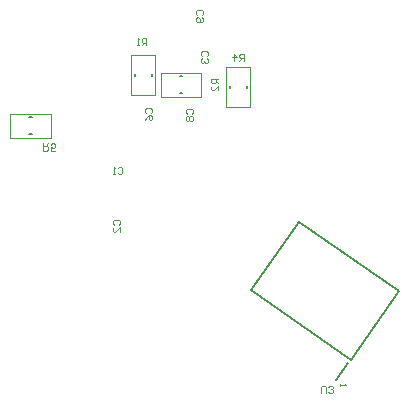
<source format=gbo>
G04 Layer_Color=32896*
%FSLAX25Y25*%
%MOIN*%
G70*
G01*
G75*
%ADD29C,0.00787*%
%ADD49C,0.00394*%
%ADD50C,0.00600*%
%ADD51C,0.00472*%
D29*
X44214Y-53279D02*
X60247Y-30381D01*
X27029Y-7122D02*
X60247Y-30381D01*
X10996Y-30020D02*
X27029Y-7122D01*
X10996Y-30020D02*
X44214Y-53279D01*
X39375Y-59984D02*
X43327Y-54340D01*
D49*
X-5709Y34547D02*
Y42421D01*
X-19094Y34547D02*
X-5709D01*
X-19094D02*
Y42421D01*
X-5709D01*
X-28937Y48425D02*
X-21063D01*
Y35039D02*
Y48425D01*
X-28937Y35039D02*
X-21063D01*
X-28937D02*
Y48425D01*
X2756Y31102D02*
X10630D01*
X2756D02*
Y44488D01*
X10630D01*
Y31102D02*
Y44488D01*
X-69291Y28740D02*
X-55905D01*
X-69291Y20866D02*
Y28740D01*
Y20866D02*
X-55905D01*
Y28740D01*
X40650Y-61417D02*
Y-62073D01*
Y-61745D01*
X42617D01*
X42290Y-61417D01*
D50*
X-12802Y35684D02*
X-12002D01*
X-12802Y41284D02*
X-12002D01*
X-22200Y41332D02*
Y42132D01*
X-27800Y41332D02*
Y42132D01*
X3893Y37395D02*
Y38195D01*
X9493Y37395D02*
Y38195D01*
X-62998Y27603D02*
X-62198D01*
X-62998Y22003D02*
X-62198D01*
D51*
X0Y40551D02*
X-2361D01*
Y39371D01*
X-1968Y38977D01*
X-1181D01*
X-787Y39371D01*
Y40551D01*
Y39764D02*
X0Y38977D01*
Y36615D02*
Y38190D01*
X-1574Y36615D01*
X-1968D01*
X-2361Y37009D01*
Y37796D01*
X-1968Y38190D01*
X-58268Y18898D02*
Y16536D01*
X-57087D01*
X-56693Y16930D01*
Y17717D01*
X-57087Y18111D01*
X-58268D01*
X-57481D02*
X-56693Y18898D01*
X-54332Y16536D02*
X-55906D01*
Y17717D01*
X-55119Y17323D01*
X-54726D01*
X-54332Y17717D01*
Y18504D01*
X-54726Y18898D01*
X-55513D01*
X-55906Y18504D01*
X8661Y46457D02*
Y48818D01*
X7481D01*
X7087Y48425D01*
Y47637D01*
X7481Y47244D01*
X8661D01*
X7874D02*
X7087Y46457D01*
X5119D02*
Y48818D01*
X6300Y47637D01*
X4726D01*
X34350Y-64173D02*
Y-62205D01*
X34744Y-61811D01*
X35531D01*
X35925Y-62205D01*
Y-64173D01*
X36712Y-63779D02*
X37105Y-64173D01*
X37892D01*
X38286Y-63779D01*
Y-63385D01*
X37892Y-62992D01*
X37499D01*
X37892D01*
X38286Y-62598D01*
Y-62205D01*
X37892Y-61811D01*
X37105D01*
X36712Y-62205D01*
X-6988Y61713D02*
X-7381Y62107D01*
Y62894D01*
X-6988Y63287D01*
X-5413D01*
X-5020Y62894D01*
Y62107D01*
X-5413Y61713D01*
Y60926D02*
X-5020Y60532D01*
Y59745D01*
X-5413Y59352D01*
X-6988D01*
X-7381Y59745D01*
Y60532D01*
X-6988Y60926D01*
X-6594D01*
X-6200Y60532D01*
Y59352D01*
X-10432Y28839D02*
X-10826Y29233D01*
Y30020D01*
X-10432Y30413D01*
X-8858D01*
X-8465Y30020D01*
Y29233D01*
X-8858Y28839D01*
X-10432Y28052D02*
X-10826Y27658D01*
Y26871D01*
X-10432Y26478D01*
X-10039D01*
X-9645Y26871D01*
X-9252Y26478D01*
X-8858D01*
X-8465Y26871D01*
Y27658D01*
X-8858Y28052D01*
X-9252D01*
X-9645Y27658D01*
X-10039Y28052D01*
X-10432D01*
X-9645Y27658D02*
Y26871D01*
X-24015Y29036D02*
X-24409Y29430D01*
Y30217D01*
X-24015Y30610D01*
X-22441D01*
X-22047Y30217D01*
Y29430D01*
X-22441Y29036D01*
X-24409Y26675D02*
X-24015Y27462D01*
X-23228Y28249D01*
X-22441D01*
X-22047Y27855D01*
Y27068D01*
X-22441Y26675D01*
X-22834D01*
X-23228Y27068D01*
Y28249D01*
X-33562Y10728D02*
X-33169Y11121D01*
X-32382D01*
X-31988Y10728D01*
Y9153D01*
X-32382Y8760D01*
X-33169D01*
X-33562Y9153D01*
X-34350Y8760D02*
X-35137D01*
X-34743D01*
Y11121D01*
X-34350Y10728D01*
X-34645Y-8169D02*
X-35039Y-7775D01*
Y-6988D01*
X-34645Y-6594D01*
X-33071D01*
X-32677Y-6988D01*
Y-7775D01*
X-33071Y-8169D01*
X-32677Y-10530D02*
Y-8956D01*
X-34251Y-10530D01*
X-34645D01*
X-35039Y-10137D01*
Y-9349D01*
X-34645Y-8956D01*
X-5413Y48032D02*
X-5806Y48426D01*
Y49213D01*
X-5413Y49606D01*
X-3839D01*
X-3445Y49213D01*
Y48426D01*
X-3839Y48032D01*
X-5413Y47245D02*
X-5806Y46851D01*
Y46064D01*
X-5413Y45671D01*
X-5019D01*
X-4626Y46064D01*
Y46458D01*
Y46064D01*
X-4232Y45671D01*
X-3839D01*
X-3445Y46064D01*
Y46851D01*
X-3839Y47245D01*
X-23917Y51673D02*
Y54035D01*
X-25098D01*
X-25492Y53641D01*
Y52854D01*
X-25098Y52460D01*
X-23917D01*
X-24704D02*
X-25492Y51673D01*
X-26279D02*
X-27066D01*
X-26672D01*
Y54035D01*
X-26279Y53641D01*
M02*

</source>
